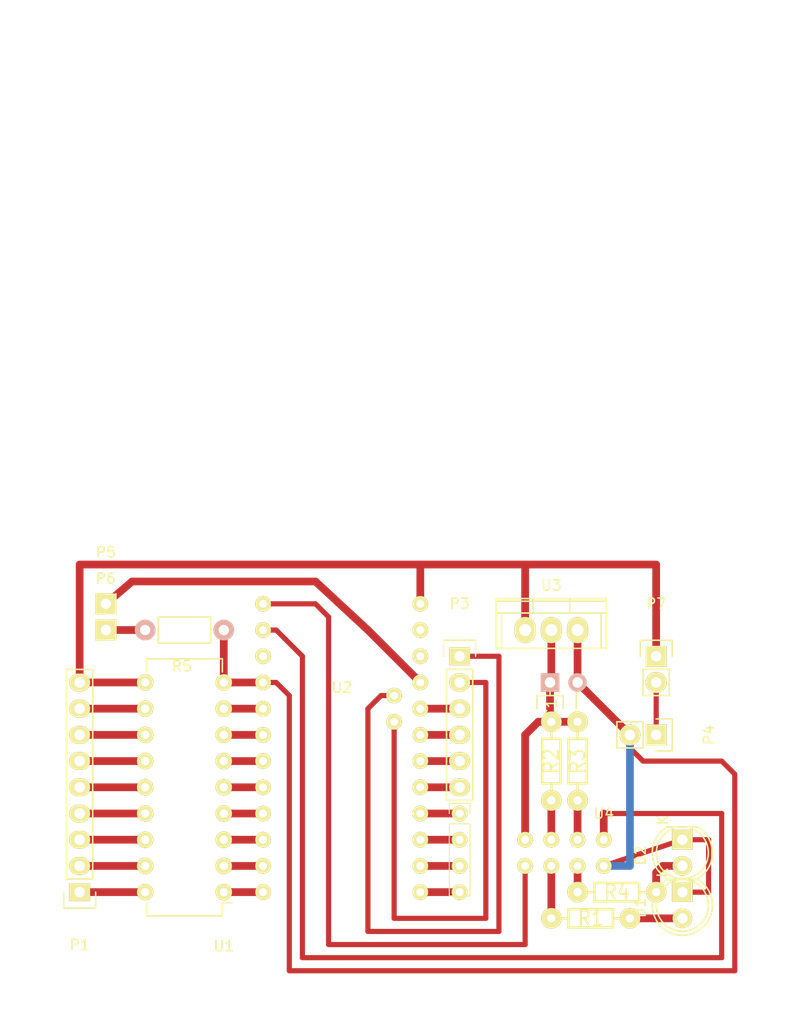
<source format=kicad_pcb>
(kicad_pcb (version 4) (host pcbnew 4.0.2+dfsg1-stable)

  (general
    (links 53)
    (no_connects 0)
    (area 0 0 0 0)
    (thickness 1.6)
    (drawings 10)
    (tracks 107)
    (zones 0)
    (modules 19)
    (nets 44)
  )

  (page A4)
  (layers
    (0 F.Cu signal)
    (31 B.Cu signal)
    (32 B.Adhes user)
    (33 F.Adhes user)
    (34 B.Paste user)
    (35 F.Paste user)
    (36 B.SilkS user)
    (37 F.SilkS user)
    (38 B.Mask user)
    (39 F.Mask user)
    (40 Dwgs.User user)
    (41 Cmts.User user)
    (42 Eco1.User user)
    (43 Eco2.User user)
    (44 Edge.Cuts user)
    (45 Margin user)
    (46 B.CrtYd user)
    (47 F.CrtYd user)
    (48 B.Fab user)
    (49 F.Fab user)
  )

  (setup
    (last_trace_width 0.75)
    (user_trace_width 0.5)
    (user_trace_width 2)
    (trace_clearance 0.2)
    (zone_clearance 0.508)
    (zone_45_only no)
    (trace_min 0.1)
    (segment_width 0.2)
    (edge_width 0.15)
    (via_size 0.6)
    (via_drill 0.4)
    (via_min_size 0.4)
    (via_min_drill 0.3)
    (uvia_size 0.3)
    (uvia_drill 0.1)
    (uvias_allowed no)
    (uvia_min_size 0.2)
    (uvia_min_drill 0.1)
    (pcb_text_width 0.3)
    (pcb_text_size 1.5 1.5)
    (mod_edge_width 0.15)
    (mod_text_size 1 1)
    (mod_text_width 0.15)
    (pad_size 1.524 1.524)
    (pad_drill 0.762)
    (pad_to_mask_clearance 0.2)
    (aux_axis_origin 0 0)
    (visible_elements FFFFFF7F)
    (pcbplotparams
      (layerselection 0x00400_00000001)
      (usegerberextensions false)
      (excludeedgelayer true)
      (linewidth 0.100000)
      (plotframeref false)
      (viasonmask false)
      (mode 1)
      (useauxorigin false)
      (hpglpennumber 1)
      (hpglpenspeed 20)
      (hpglpendiameter 15)
      (hpglpenoverlay 2)
      (psnegative false)
      (psa4output false)
      (plotreference true)
      (plotvalue true)
      (plotinvisibletext false)
      (padsonsilk false)
      (subtractmaskfromsilk false)
      (outputformat 1)
      (mirror false)
      (drillshape 0)
      (scaleselection 1)
      (outputdirectory ""))
  )

  (net 0 "")
  (net 1 "Net-(C1-Pad1)")
  (net 2 "Net-(C1-Pad2)")
  (net 3 "Net-(D1-Pad2)")
  (net 4 "Net-(D2-Pad2)")
  (net 5 "Net-(P1-Pad1)")
  (net 6 "Net-(P1-Pad2)")
  (net 7 "Net-(P1-Pad3)")
  (net 8 "Net-(P1-Pad4)")
  (net 9 "Net-(P1-Pad5)")
  (net 10 "Net-(P1-Pad6)")
  (net 11 "Net-(P1-Pad7)")
  (net 12 "Net-(P1-Pad8)")
  (net 13 "Net-(P1-Pad9)")
  (net 14 "Net-(P3-Pad1)")
  (net 15 "Net-(P3-Pad2)")
  (net 16 "Net-(P3-Pad3)")
  (net 17 "Net-(P3-Pad4)")
  (net 18 "Net-(P3-Pad5)")
  (net 19 "Net-(P3-Pad6)")
  (net 20 "Net-(R1-Pad1)")
  (net 21 "Net-(R2-Pad2)")
  (net 22 "Net-(R3-Pad2)")
  (net 23 "Net-(R4-Pad1)")
  (net 24 "Net-(U1-Pad1)")
  (net 25 "Net-(U1-Pad2)")
  (net 26 "Net-(U1-Pad3)")
  (net 27 "Net-(U1-Pad4)")
  (net 28 "Net-(U1-Pad5)")
  (net 29 "Net-(U1-Pad6)")
  (net 30 "Net-(U1-Pad7)")
  (net 31 "Net-(U1-Pad8)")
  (net 32 "Net-(U2-Pad33)")
  (net 33 "Net-(U2-Pad34)")
  (net 34 "Net-(U2-Pad35)")
  (net 35 "Net-(U2-Pad9)")
  (net 36 "Net-(P4-Pad1)")
  (net 37 "Net-(U2-Pad8)")
  (net 38 "Net-(P2-Pad1)")
  (net 39 "Net-(P2-Pad2)")
  (net 40 "Net-(P2-Pad3)")
  (net 41 "Net-(P2-Pad4)")
  (net 42 "Net-(P5-Pad1)")
  (net 43 "Net-(P6-Pad1)")

  (net_class Default "This is the default net class."
    (clearance 0.2)
    (trace_width 0.75)
    (via_dia 0.6)
    (via_drill 0.4)
    (uvia_dia 0.3)
    (uvia_drill 0.1)
    (add_net "Net-(C1-Pad1)")
    (add_net "Net-(C1-Pad2)")
    (add_net "Net-(D1-Pad2)")
    (add_net "Net-(D2-Pad2)")
    (add_net "Net-(P1-Pad1)")
    (add_net "Net-(P1-Pad2)")
    (add_net "Net-(P1-Pad3)")
    (add_net "Net-(P1-Pad4)")
    (add_net "Net-(P1-Pad5)")
    (add_net "Net-(P1-Pad6)")
    (add_net "Net-(P1-Pad7)")
    (add_net "Net-(P1-Pad8)")
    (add_net "Net-(P1-Pad9)")
    (add_net "Net-(P2-Pad1)")
    (add_net "Net-(P2-Pad2)")
    (add_net "Net-(P2-Pad3)")
    (add_net "Net-(P2-Pad4)")
    (add_net "Net-(P3-Pad1)")
    (add_net "Net-(P3-Pad2)")
    (add_net "Net-(P3-Pad3)")
    (add_net "Net-(P3-Pad4)")
    (add_net "Net-(P3-Pad5)")
    (add_net "Net-(P3-Pad6)")
    (add_net "Net-(P4-Pad1)")
    (add_net "Net-(P5-Pad1)")
    (add_net "Net-(P6-Pad1)")
    (add_net "Net-(R1-Pad1)")
    (add_net "Net-(R2-Pad2)")
    (add_net "Net-(R3-Pad2)")
    (add_net "Net-(R4-Pad1)")
    (add_net "Net-(U1-Pad1)")
    (add_net "Net-(U1-Pad2)")
    (add_net "Net-(U1-Pad3)")
    (add_net "Net-(U1-Pad4)")
    (add_net "Net-(U1-Pad5)")
    (add_net "Net-(U1-Pad6)")
    (add_net "Net-(U1-Pad7)")
    (add_net "Net-(U1-Pad8)")
    (add_net "Net-(U2-Pad33)")
    (add_net "Net-(U2-Pad34)")
    (add_net "Net-(U2-Pad35)")
    (add_net "Net-(U2-Pad8)")
    (add_net "Net-(U2-Pad9)")
  )

  (module Pin_Headers:Pin_Header_Straight_1x04 (layer F.Cu) (tedit 57121CE6) (tstamp 57121F50)
    (at 151.13 116.84)
    (descr "Through hole pin header")
    (tags "pin header")
    (path /57121D04)
    (fp_text reference P2 (at 0 -5) (layer F.SilkS)
      (effects (font (size 1 1) (thickness 0.15)))
    )
    (fp_text value CONN_01X04 (at 0 -3) (layer F.Fab)
      (effects (font (size 1 1) (thickness 0.15)))
    )
    (fp_line (start -1 -1) (end -1 9) (layer F.CrtYd) (width 0))
    (fp_line (start 1 -1) (end 1 9) (layer F.CrtYd) (width 0))
    (fp_line (start -1 -1) (end 1 -1) (layer F.CrtYd) (width 0))
    (fp_line (start -1 9) (end 1 9) (layer F.CrtYd) (width 0))
    (fp_line (start -1 1) (end -1 8) (layer F.SilkS) (width 0))
    (fp_line (start 1 1) (end 1 8) (layer F.SilkS) (width 0))
    (fp_line (start 1 -1) (end 1 0) (layer F.SilkS) (width 0))
    (fp_line (start -1 8) (end 1 8) (layer F.SilkS) (width 0))
    (fp_line (start 1 1) (end -1 1) (layer F.SilkS) (width 0))
    (fp_line (start -1 0) (end -1 -1) (layer F.SilkS) (width 0))
    (fp_line (start -1 -1) (end 1 -1) (layer F.SilkS) (width 0))
    (pad 1 thru_hole circle (at 0 0) (size 1.524 1.524) (drill 0.762) (layers *.Cu *.Mask F.SilkS)
      (net 38 "Net-(P2-Pad1)"))
    (pad 2 thru_hole circle (at 0 2.54) (size 1.524 1.524) (drill 0.762) (layers *.Cu *.Mask F.SilkS)
      (net 39 "Net-(P2-Pad2)"))
    (pad 3 thru_hole circle (at 0 5.08) (size 1.524 1.524) (drill 0.762) (layers *.Cu *.Mask F.SilkS)
      (net 40 "Net-(P2-Pad3)"))
    (pad 4 thru_hole circle (at 0 7.62) (size 1.524 1.524) (drill 0.762) (layers *.Cu *.Mask F.SilkS)
      (net 41 "Net-(P2-Pad4)"))
    (model Pin_Headers.3dshapes/Pin_Header_Straight_1x04.wrl
      (at (xyz 0 -0 0))
      (scale (xyz 1 1 1))
      (rotate (xyz 0 0 90))
    )
  )

  (module w_pth_resistors:RC03 (layer F.Cu) (tedit 5706B27D) (tstamp 56F1BF8D)
    (at 165.1 124.46)
    (descr "Resistor, RC03")
    (tags R)
    (path /56F1AEB7)
    (autoplace_cost180 10)
    (fp_text reference R4 (at 1.27 0) (layer F.SilkS)
      (effects (font (size 1.397 1.27) (thickness 0.2032)))
    )
    (fp_text value R (at 0 2.032) (layer F.SilkS) hide
      (effects (font (size 1.397 1.27) (thickness 0.2032)))
    )
    (fp_line (start 3.429 0) (end 5.08 0) (layer F.SilkS) (width 0.254))
    (fp_line (start -0.889 0) (end -2.54 0) (layer F.SilkS) (width 0.254))
    (fp_line (start -0.889 -0.889) (end -0.889 0.889) (layer F.SilkS) (width 0.254))
    (fp_line (start -0.889 0.889) (end 3.429 0.889) (layer F.SilkS) (width 0.254))
    (fp_line (start 3.429 0.889) (end 3.429 -0.889) (layer F.SilkS) (width 0.254))
    (fp_line (start 3.429 -0.889) (end -0.889 -0.889) (layer F.SilkS) (width 0.254))
    (pad 1 thru_hole circle (at -2.54 0) (size 1.99898 1.99898) (drill 0.8001) (layers *.Cu *.Mask F.SilkS)
      (net 23 "Net-(R4-Pad1)"))
    (pad 2 thru_hole circle (at 5.08 0) (size 1.99898 1.99898) (drill 0.8001) (layers *.Cu *.Mask F.SilkS)
      (net 4 "Net-(D2-Pad2)"))
    (model walter/pth_resistors/rc03.wrl
      (at (xyz 0 0 0))
      (scale (xyz 1 1 1))
      (rotate (xyz 0 0 0))
    )
  )

  (module w_pth_resistors:RC03 (layer F.Cu) (tedit 0) (tstamp 56F1BF7B)
    (at 165.1 127)
    (descr "Resistor, RC03")
    (tags R)
    (path /56F1AF1D)
    (autoplace_cost180 10)
    (fp_text reference R1 (at -1.27 0) (layer F.SilkS)
      (effects (font (size 1.397 1.27) (thickness 0.2032)))
    )
    (fp_text value R (at -2.54 2.032) (layer F.SilkS) hide
      (effects (font (size 1.397 1.27) (thickness 0.2032)))
    )
    (fp_line (start 0.889 0) (end 2.54 0) (layer F.SilkS) (width 0.254))
    (fp_line (start -3.429 0) (end -5.08 0) (layer F.SilkS) (width 0.254))
    (fp_line (start -3.429 -0.889) (end -3.429 0.889) (layer F.SilkS) (width 0.254))
    (fp_line (start -3.429 0.889) (end 0.889 0.889) (layer F.SilkS) (width 0.254))
    (fp_line (start 0.889 0.889) (end 0.889 -0.889) (layer F.SilkS) (width 0.254))
    (fp_line (start 0.889 -0.889) (end -3.429 -0.889) (layer F.SilkS) (width 0.254))
    (pad 1 thru_hole circle (at -5.08 0) (size 1.99898 1.99898) (drill 0.8001) (layers *.Cu *.Mask F.SilkS)
      (net 20 "Net-(R1-Pad1)"))
    (pad 2 thru_hole circle (at 2.54 0) (size 1.99898 1.99898) (drill 0.8001) (layers *.Cu *.Mask F.SilkS)
      (net 3 "Net-(D1-Pad2)"))
    (model walter/pth_resistors/rc03.wrl
      (at (xyz 0 0 0))
      (scale (xyz 1 1 1))
      (rotate (xyz 0 0 0))
    )
  )

  (module bugs:arduino_mini_pro (layer F.Cu) (tedit 5702359B) (tstamp 56F1BFC4)
    (at 139.7 104.14)
    (path /56F1A6A1)
    (fp_text reference U2 (at 0 0.5) (layer F.SilkS)
      (effects (font (size 1 1) (thickness 0.15)))
    )
    (fp_text value Arduino_Mini (at 0 -0.5) (layer F.Fab)
      (effects (font (size 1 1) (thickness 0.15)))
    )
    (pad 7 thru_hole circle (at 7.62 -7.62) (size 1.524 1.524) (drill 0.762) (layers *.Cu *.Mask F.SilkS)
      (net 13 "Net-(P1-Pad9)"))
    (pad 8 thru_hole circle (at 7.62 -5.08) (size 1.524 1.524) (drill 0.762) (layers *.Cu *.Mask F.SilkS)
      (net 37 "Net-(U2-Pad8)"))
    (pad 9 thru_hole circle (at 7.62 -2.54) (size 1.524 1.524) (drill 0.762) (layers *.Cu *.Mask F.SilkS)
      (net 35 "Net-(U2-Pad9)"))
    (pad 10 thru_hole circle (at 7.62 0) (size 1.524 1.524) (drill 0.762) (layers *.Cu *.Mask F.SilkS)
      (net 42 "Net-(P5-Pad1)"))
    (pad 11 thru_hole circle (at 7.62 2.54) (size 1.524 1.524) (drill 0.762) (layers *.Cu *.Mask F.SilkS)
      (net 16 "Net-(P3-Pad3)"))
    (pad 12 thru_hole circle (at 7.62 5.08) (size 1.524 1.524) (drill 0.762) (layers *.Cu *.Mask F.SilkS)
      (net 17 "Net-(P3-Pad4)"))
    (pad 13 thru_hole circle (at 7.62 7.62) (size 1.524 1.524) (drill 0.762) (layers *.Cu *.Mask F.SilkS)
      (net 18 "Net-(P3-Pad5)"))
    (pad 14 thru_hole circle (at 7.62 10.16) (size 1.524 1.524) (drill 0.762) (layers *.Cu *.Mask F.SilkS)
      (net 19 "Net-(P3-Pad6)"))
    (pad 15 thru_hole circle (at 7.62 12.7) (size 1.524 1.524) (drill 0.762) (layers *.Cu *.Mask F.SilkS)
      (net 38 "Net-(P2-Pad1)"))
    (pad 16 thru_hole circle (at 7.62 15.24) (size 1.524 1.524) (drill 0.762) (layers *.Cu *.Mask F.SilkS)
      (net 39 "Net-(P2-Pad2)"))
    (pad 17 thru_hole circle (at 7.62 17.78) (size 1.524 1.524) (drill 0.762) (layers *.Cu *.Mask F.SilkS)
      (net 40 "Net-(P2-Pad3)"))
    (pad 18 thru_hole circle (at 7.62 20.32) (size 1.524 1.524) (drill 0.762) (layers *.Cu *.Mask F.SilkS)
      (net 41 "Net-(P2-Pad4)"))
    (pad 22 thru_hole circle (at 5.08 1.27) (size 1.524 1.524) (drill 0.762) (layers *.Cu *.Mask F.SilkS)
      (net 14 "Net-(P3-Pad1)"))
    (pad 23 thru_hole circle (at 5.08 3.81) (size 1.524 1.524) (drill 0.762) (layers *.Cu *.Mask F.SilkS)
      (net 15 "Net-(P3-Pad2)"))
    (pad 24 thru_hole circle (at -7.62 20.32) (size 1.524 1.524) (drill 0.762) (layers *.Cu *.Mask F.SilkS)
      (net 24 "Net-(U1-Pad1)"))
    (pad 25 thru_hole circle (at -7.62 17.78) (size 1.524 1.524) (drill 0.762) (layers *.Cu *.Mask F.SilkS)
      (net 25 "Net-(U1-Pad2)"))
    (pad 26 thru_hole circle (at -7.62 15.24) (size 1.524 1.524) (drill 0.762) (layers *.Cu *.Mask F.SilkS)
      (net 26 "Net-(U1-Pad3)"))
    (pad 27 thru_hole circle (at -7.62 12.7) (size 1.524 1.524) (drill 0.762) (layers *.Cu *.Mask F.SilkS)
      (net 27 "Net-(U1-Pad4)"))
    (pad 28 thru_hole circle (at -7.62 10.16) (size 1.524 1.524) (drill 0.762) (layers *.Cu *.Mask F.SilkS)
      (net 28 "Net-(U1-Pad5)"))
    (pad 29 thru_hole circle (at -7.62 7.62) (size 1.524 1.524) (drill 0.762) (layers *.Cu *.Mask F.SilkS)
      (net 29 "Net-(U1-Pad6)"))
    (pad 30 thru_hole circle (at -7.62 5.08) (size 1.524 1.524) (drill 0.762) (layers *.Cu *.Mask F.SilkS)
      (net 30 "Net-(U1-Pad7)"))
    (pad 31 thru_hole circle (at -7.62 2.54) (size 1.524 1.524) (drill 0.762) (layers *.Cu *.Mask F.SilkS)
      (net 31 "Net-(U1-Pad8)"))
    (pad 32 thru_hole circle (at -7.62 0) (size 1.524 1.524) (drill 0.762) (layers *.Cu *.Mask F.SilkS)
      (net 2 "Net-(C1-Pad2)"))
    (pad 33 thru_hole circle (at -7.62 -2.54) (size 1.524 1.524) (drill 0.762) (layers *.Cu *.Mask F.SilkS)
      (net 32 "Net-(U2-Pad33)"))
    (pad 34 thru_hole circle (at -7.62 -5.08) (size 1.524 1.524) (drill 0.762) (layers *.Cu *.Mask F.SilkS)
      (net 33 "Net-(U2-Pad34)"))
    (pad 35 thru_hole circle (at -7.62 -7.62) (size 1.524 1.524) (drill 0.762) (layers *.Cu *.Mask F.SilkS)
      (net 34 "Net-(U2-Pad35)"))
  )

  (module Housings_DIP:DIP-18_W7.62mm (layer F.Cu) (tedit 54130A77) (tstamp 56F1BFA3)
    (at 128.27 124.46 180)
    (descr "18-lead dip package, row spacing 7.62 mm (300 mils)")
    (tags "dil dip 2.54 300")
    (path /56F1AA0E)
    (fp_text reference U1 (at 0 -5.22 180) (layer F.SilkS)
      (effects (font (size 1 1) (thickness 0.15)))
    )
    (fp_text value uln2803A (at 0 -3.72 180) (layer F.Fab)
      (effects (font (size 1 1) (thickness 0.15)))
    )
    (fp_line (start -1.05 -2.45) (end -1.05 22.8) (layer F.CrtYd) (width 0.05))
    (fp_line (start 8.65 -2.45) (end 8.65 22.8) (layer F.CrtYd) (width 0.05))
    (fp_line (start -1.05 -2.45) (end 8.65 -2.45) (layer F.CrtYd) (width 0.05))
    (fp_line (start -1.05 22.8) (end 8.65 22.8) (layer F.CrtYd) (width 0.05))
    (fp_line (start 0.135 -2.295) (end 0.135 -1.025) (layer F.SilkS) (width 0.15))
    (fp_line (start 7.485 -2.295) (end 7.485 -1.025) (layer F.SilkS) (width 0.15))
    (fp_line (start 7.485 22.615) (end 7.485 21.345) (layer F.SilkS) (width 0.15))
    (fp_line (start 0.135 22.615) (end 0.135 21.345) (layer F.SilkS) (width 0.15))
    (fp_line (start 0.135 -2.295) (end 7.485 -2.295) (layer F.SilkS) (width 0.15))
    (fp_line (start 0.135 22.615) (end 7.485 22.615) (layer F.SilkS) (width 0.15))
    (fp_line (start 0.135 -1.025) (end -0.8 -1.025) (layer F.SilkS) (width 0.15))
    (pad 1 thru_hole oval (at 0 0 180) (size 1.6 1.6) (drill 0.8) (layers *.Cu *.Mask F.SilkS)
      (net 24 "Net-(U1-Pad1)"))
    (pad 2 thru_hole oval (at 0 2.54 180) (size 1.6 1.6) (drill 0.8) (layers *.Cu *.Mask F.SilkS)
      (net 25 "Net-(U1-Pad2)"))
    (pad 3 thru_hole oval (at 0 5.08 180) (size 1.6 1.6) (drill 0.8) (layers *.Cu *.Mask F.SilkS)
      (net 26 "Net-(U1-Pad3)"))
    (pad 4 thru_hole oval (at 0 7.62 180) (size 1.6 1.6) (drill 0.8) (layers *.Cu *.Mask F.SilkS)
      (net 27 "Net-(U1-Pad4)"))
    (pad 5 thru_hole oval (at 0 10.16 180) (size 1.6 1.6) (drill 0.8) (layers *.Cu *.Mask F.SilkS)
      (net 28 "Net-(U1-Pad5)"))
    (pad 6 thru_hole oval (at 0 12.7 180) (size 1.6 1.6) (drill 0.8) (layers *.Cu *.Mask F.SilkS)
      (net 29 "Net-(U1-Pad6)"))
    (pad 7 thru_hole oval (at 0 15.24 180) (size 1.6 1.6) (drill 0.8) (layers *.Cu *.Mask F.SilkS)
      (net 30 "Net-(U1-Pad7)"))
    (pad 8 thru_hole oval (at 0 17.78 180) (size 1.6 1.6) (drill 0.8) (layers *.Cu *.Mask F.SilkS)
      (net 31 "Net-(U1-Pad8)"))
    (pad 9 thru_hole oval (at 0 20.32 180) (size 1.6 1.6) (drill 0.8) (layers *.Cu *.Mask F.SilkS)
      (net 2 "Net-(C1-Pad2)"))
    (pad 10 thru_hole oval (at 7.62 20.32 180) (size 1.6 1.6) (drill 0.8) (layers *.Cu *.Mask F.SilkS)
      (net 13 "Net-(P1-Pad9)"))
    (pad 11 thru_hole oval (at 7.62 17.78 180) (size 1.6 1.6) (drill 0.8) (layers *.Cu *.Mask F.SilkS)
      (net 12 "Net-(P1-Pad8)"))
    (pad 12 thru_hole oval (at 7.62 15.24 180) (size 1.6 1.6) (drill 0.8) (layers *.Cu *.Mask F.SilkS)
      (net 11 "Net-(P1-Pad7)"))
    (pad 13 thru_hole oval (at 7.62 12.7 180) (size 1.6 1.6) (drill 0.8) (layers *.Cu *.Mask F.SilkS)
      (net 10 "Net-(P1-Pad6)"))
    (pad 14 thru_hole oval (at 7.62 10.16 180) (size 1.6 1.6) (drill 0.8) (layers *.Cu *.Mask F.SilkS)
      (net 9 "Net-(P1-Pad5)"))
    (pad 15 thru_hole oval (at 7.62 7.62 180) (size 1.6 1.6) (drill 0.8) (layers *.Cu *.Mask F.SilkS)
      (net 8 "Net-(P1-Pad4)"))
    (pad 16 thru_hole oval (at 7.62 5.08 180) (size 1.6 1.6) (drill 0.8) (layers *.Cu *.Mask F.SilkS)
      (net 7 "Net-(P1-Pad3)"))
    (pad 17 thru_hole oval (at 7.62 2.54 180) (size 1.6 1.6) (drill 0.8) (layers *.Cu *.Mask F.SilkS)
      (net 6 "Net-(P1-Pad2)"))
    (pad 18 thru_hole oval (at 7.62 0 180) (size 1.6 1.6) (drill 0.8) (layers *.Cu *.Mask F.SilkS)
      (net 5 "Net-(P1-Pad1)"))
    (model Housings_DIP.3dshapes/DIP-18_W7.62mm.wrl
      (at (xyz 0 0 0))
      (scale (xyz 1 1 1))
      (rotate (xyz 0 0 0))
    )
  )

  (module Power_Integrations:TO-220 (layer F.Cu) (tedit 56F1C0C9) (tstamp 56F1BFCB)
    (at 160.02 99.06)
    (descr "Non Isolated JEDEC TO-220 Package")
    (tags "Power Integration YN Package")
    (path /56F1AC9B)
    (fp_text reference U3 (at 0 -4.318) (layer F.SilkS)
      (effects (font (size 1 1) (thickness 0.15)))
    )
    (fp_text value SPX2920U-3.3 (at 0 -4.318) (layer F.Fab)
      (effects (font (size 1 1) (thickness 0.15)))
    )
    (fp_line (start 4.826 -1.651) (end 4.826 1.778) (layer F.SilkS) (width 0.15))
    (fp_line (start -4.826 -1.651) (end -4.826 1.778) (layer F.SilkS) (width 0.15))
    (fp_line (start 5.334 -2.794) (end -5.334 -2.794) (layer F.SilkS) (width 0.15))
    (fp_line (start 1.778 -1.778) (end 1.778 -3.048) (layer F.SilkS) (width 0.15))
    (fp_line (start -1.778 -1.778) (end -1.778 -3.048) (layer F.SilkS) (width 0.15))
    (fp_line (start -5.334 -1.651) (end 5.334 -1.651) (layer F.SilkS) (width 0.15))
    (fp_line (start 5.334 1.778) (end -5.334 1.778) (layer F.SilkS) (width 0.15))
    (fp_line (start -5.334 -3.048) (end -5.334 1.778) (layer F.SilkS) (width 0.15))
    (fp_line (start 5.334 -3.048) (end 5.334 1.778) (layer F.SilkS) (width 0.15))
    (fp_line (start 5.334 -3.048) (end -5.334 -3.048) (layer F.SilkS) (width 0.15))
    (pad 2 thru_hole oval (at 2.54 0) (size 2.032 2.54) (drill 1.143) (layers *.Cu *.Mask F.SilkS)
      (net 2 "Net-(C1-Pad2)"))
    (pad 3 thru_hole oval (at 0 0) (size 2.032 2.54) (drill 1.143) (layers *.Cu *.Mask F.SilkS)
      (net 1 "Net-(C1-Pad1)"))
    (pad 1 thru_hole oval (at -2.54 0) (size 2.032 2.54) (drill 1.143) (layers *.Cu *.Mask F.SilkS)
      (net 13 "Net-(P1-Pad9)"))
  )

  (module Discret:CPR10X16 (layer F.Cu) (tedit 56F1BDA9) (tstamp 56F1BF46)
    (at 162.56 104.14 90)
    (descr "Condensateur polarise couche")
    (tags CP)
    (path /56F1E79A)
    (fp_text reference C1 (at -2.54 -2.54 90) (layer F.SilkS)
      (effects (font (size 1 1) (thickness 0.15)))
    )
    (fp_text value CP (at -2.54 0 90) (layer F.Fab)
      (effects (font (size 1 1) (thickness 0.15)))
    )
    (fp_line (start -2.54 -3.937) (end -1.27 -3.937) (layer F.SilkS) (width 0.15))
    (fp_line (start -1.27 -3.937) (end -1.27 -1.397) (layer F.SilkS) (width 0.15))
    (fp_line (start -1.27 -1.397) (end -2.54 -1.397) (layer F.SilkS) (width 0.15))
    (fp_line (start -1.27 -2.667) (end 0 -2.667) (layer F.SilkS) (width 0.15))
    (fp_line (start -2.54 -0.127) (end 0 -0.127) (layer F.SilkS) (width 0.15))
    (pad 1 thru_hole rect (at 0 -2.667 90) (size 1.778 1.778) (drill 1.016) (layers *.Cu *.SilkS *.Mask)
      (net 1 "Net-(C1-Pad1)"))
    (pad 2 thru_hole circle (at 0 0 90) (size 1.778 1.778) (drill 1.016) (layers *.Cu *.SilkS *.Mask)
      (net 2 "Net-(C1-Pad2)"))
    (model Discret.3dshapes/CPR10X16.wrl
      (at (xyz 0 0 0))
      (scale (xyz 1 1 1))
      (rotate (xyz 0 0 0))
    )
  )

  (module LEDs:LED-5MM (layer F.Cu) (tedit 5570F7EA) (tstamp 56F1BF4C)
    (at 172.72 124.46 270)
    (descr "LED 5mm round vertical")
    (tags "LED 5mm round vertical")
    (path /56F1AFA5)
    (fp_text reference D1 (at 1.524 4.064 270) (layer F.SilkS)
      (effects (font (size 1 1) (thickness 0.15)))
    )
    (fp_text value LED (at 1.524 -3.937 270) (layer F.Fab)
      (effects (font (size 1 1) (thickness 0.15)))
    )
    (fp_line (start -1.5 -1.55) (end -1.5 1.55) (layer F.CrtYd) (width 0.05))
    (fp_arc (start 1.3 0) (end -1.5 1.55) (angle -302) (layer F.CrtYd) (width 0.05))
    (fp_arc (start 1.27 0) (end -1.23 -1.5) (angle 297.5) (layer F.SilkS) (width 0.15))
    (fp_line (start -1.23 1.5) (end -1.23 -1.5) (layer F.SilkS) (width 0.15))
    (fp_circle (center 1.27 0) (end 0.97 -2.5) (layer F.SilkS) (width 0.15))
    (fp_text user K (at -1.905 1.905 270) (layer F.SilkS)
      (effects (font (size 1 1) (thickness 0.15)))
    )
    (pad 1 thru_hole rect (at 0 0) (size 2 1.9) (drill 1.00076) (layers *.Cu *.Mask F.SilkS)
      (net 2 "Net-(C1-Pad2)"))
    (pad 2 thru_hole circle (at 2.54 0 270) (size 1.9 1.9) (drill 1.00076) (layers *.Cu *.Mask F.SilkS)
      (net 3 "Net-(D1-Pad2)"))
    (model LEDs.3dshapes/LED-5MM.wrl
      (at (xyz 0.05 0 0))
      (scale (xyz 1 1 1))
      (rotate (xyz 0 0 90))
    )
  )

  (module LEDs:LED-5MM (layer F.Cu) (tedit 5570F7EA) (tstamp 56F1BF52)
    (at 172.72 119.38 270)
    (descr "LED 5mm round vertical")
    (tags "LED 5mm round vertical")
    (path /56F1B03A)
    (fp_text reference D2 (at 1.524 4.064 270) (layer F.SilkS)
      (effects (font (size 1 1) (thickness 0.15)))
    )
    (fp_text value LED (at 1.524 -3.937 270) (layer F.Fab)
      (effects (font (size 1 1) (thickness 0.15)))
    )
    (fp_line (start -1.5 -1.55) (end -1.5 1.55) (layer F.CrtYd) (width 0.05))
    (fp_arc (start 1.3 0) (end -1.5 1.55) (angle -302) (layer F.CrtYd) (width 0.05))
    (fp_arc (start 1.27 0) (end -1.23 -1.5) (angle 297.5) (layer F.SilkS) (width 0.15))
    (fp_line (start -1.23 1.5) (end -1.23 -1.5) (layer F.SilkS) (width 0.15))
    (fp_circle (center 1.27 0) (end 0.97 -2.5) (layer F.SilkS) (width 0.15))
    (fp_text user K (at -1.905 1.905 270) (layer F.SilkS)
      (effects (font (size 1 1) (thickness 0.15)))
    )
    (pad 1 thru_hole rect (at 0 0) (size 2 1.9) (drill 1.00076) (layers *.Cu *.Mask F.SilkS)
      (net 2 "Net-(C1-Pad2)"))
    (pad 2 thru_hole circle (at 2.54 0 270) (size 1.9 1.9) (drill 1.00076) (layers *.Cu *.Mask F.SilkS)
      (net 4 "Net-(D2-Pad2)"))
    (model LEDs.3dshapes/LED-5MM.wrl
      (at (xyz 0.05 0 0))
      (scale (xyz 1 1 1))
      (rotate (xyz 0 0 90))
    )
  )

  (module Pin_Headers:Pin_Header_Straight_1x09 (layer F.Cu) (tedit 0) (tstamp 56F1BF5F)
    (at 114.3 124.46 180)
    (descr "Through hole pin header")
    (tags "pin header")
    (path /56F1A493)
    (fp_text reference P1 (at 0 -5.1 180) (layer F.SilkS)
      (effects (font (size 1 1) (thickness 0.15)))
    )
    (fp_text value CONN_01X09 (at 0 -3.1 180) (layer F.Fab)
      (effects (font (size 1 1) (thickness 0.15)))
    )
    (fp_line (start -1.75 -1.75) (end -1.75 22.1) (layer F.CrtYd) (width 0.05))
    (fp_line (start 1.75 -1.75) (end 1.75 22.1) (layer F.CrtYd) (width 0.05))
    (fp_line (start -1.75 -1.75) (end 1.75 -1.75) (layer F.CrtYd) (width 0.05))
    (fp_line (start -1.75 22.1) (end 1.75 22.1) (layer F.CrtYd) (width 0.05))
    (fp_line (start 1.27 1.27) (end 1.27 21.59) (layer F.SilkS) (width 0.15))
    (fp_line (start 1.27 21.59) (end -1.27 21.59) (layer F.SilkS) (width 0.15))
    (fp_line (start -1.27 21.59) (end -1.27 1.27) (layer F.SilkS) (width 0.15))
    (fp_line (start 1.55 -1.55) (end 1.55 0) (layer F.SilkS) (width 0.15))
    (fp_line (start 1.27 1.27) (end -1.27 1.27) (layer F.SilkS) (width 0.15))
    (fp_line (start -1.55 0) (end -1.55 -1.55) (layer F.SilkS) (width 0.15))
    (fp_line (start -1.55 -1.55) (end 1.55 -1.55) (layer F.SilkS) (width 0.15))
    (pad 1 thru_hole rect (at 0 0 180) (size 2.032 1.7272) (drill 1.016) (layers *.Cu *.Mask F.SilkS)
      (net 5 "Net-(P1-Pad1)"))
    (pad 2 thru_hole oval (at 0 2.54 180) (size 2.032 1.7272) (drill 1.016) (layers *.Cu *.Mask F.SilkS)
      (net 6 "Net-(P1-Pad2)"))
    (pad 3 thru_hole oval (at 0 5.08 180) (size 2.032 1.7272) (drill 1.016) (layers *.Cu *.Mask F.SilkS)
      (net 7 "Net-(P1-Pad3)"))
    (pad 4 thru_hole oval (at 0 7.62 180) (size 2.032 1.7272) (drill 1.016) (layers *.Cu *.Mask F.SilkS)
      (net 8 "Net-(P1-Pad4)"))
    (pad 5 thru_hole oval (at 0 10.16 180) (size 2.032 1.7272) (drill 1.016) (layers *.Cu *.Mask F.SilkS)
      (net 9 "Net-(P1-Pad5)"))
    (pad 6 thru_hole oval (at 0 12.7 180) (size 2.032 1.7272) (drill 1.016) (layers *.Cu *.Mask F.SilkS)
      (net 10 "Net-(P1-Pad6)"))
    (pad 7 thru_hole oval (at 0 15.24 180) (size 2.032 1.7272) (drill 1.016) (layers *.Cu *.Mask F.SilkS)
      (net 11 "Net-(P1-Pad7)"))
    (pad 8 thru_hole oval (at 0 17.78 180) (size 2.032 1.7272) (drill 1.016) (layers *.Cu *.Mask F.SilkS)
      (net 12 "Net-(P1-Pad8)"))
    (pad 9 thru_hole oval (at 0 20.32 180) (size 2.032 1.7272) (drill 1.016) (layers *.Cu *.Mask F.SilkS)
      (net 13 "Net-(P1-Pad9)"))
    (model Pin_Headers.3dshapes/Pin_Header_Straight_1x09.wrl
      (at (xyz 0 -0.4 0))
      (scale (xyz 1 1 1))
      (rotate (xyz 0 0 90))
    )
  )

  (module Pin_Headers:Pin_Header_Straight_1x06 (layer F.Cu) (tedit 0) (tstamp 56F1BF6F)
    (at 151.13 101.6)
    (descr "Through hole pin header")
    (tags "pin header")
    (path /56F1BCB1)
    (fp_text reference P3 (at 0 -5.1) (layer F.SilkS)
      (effects (font (size 1 1) (thickness 0.15)))
    )
    (fp_text value CONN_01X06 (at 0 -3.1) (layer F.Fab)
      (effects (font (size 1 1) (thickness 0.15)))
    )
    (fp_line (start -1.75 -1.75) (end -1.75 14.45) (layer F.CrtYd) (width 0.05))
    (fp_line (start 1.75 -1.75) (end 1.75 14.45) (layer F.CrtYd) (width 0.05))
    (fp_line (start -1.75 -1.75) (end 1.75 -1.75) (layer F.CrtYd) (width 0.05))
    (fp_line (start -1.75 14.45) (end 1.75 14.45) (layer F.CrtYd) (width 0.05))
    (fp_line (start 1.27 1.27) (end 1.27 13.97) (layer F.SilkS) (width 0.15))
    (fp_line (start 1.27 13.97) (end -1.27 13.97) (layer F.SilkS) (width 0.15))
    (fp_line (start -1.27 13.97) (end -1.27 1.27) (layer F.SilkS) (width 0.15))
    (fp_line (start 1.55 -1.55) (end 1.55 0) (layer F.SilkS) (width 0.15))
    (fp_line (start 1.27 1.27) (end -1.27 1.27) (layer F.SilkS) (width 0.15))
    (fp_line (start -1.55 0) (end -1.55 -1.55) (layer F.SilkS) (width 0.15))
    (fp_line (start -1.55 -1.55) (end 1.55 -1.55) (layer F.SilkS) (width 0.15))
    (pad 1 thru_hole rect (at 0 0) (size 2.032 1.7272) (drill 1.016) (layers *.Cu *.Mask F.SilkS)
      (net 14 "Net-(P3-Pad1)"))
    (pad 2 thru_hole oval (at 0 2.54) (size 2.032 1.7272) (drill 1.016) (layers *.Cu *.Mask F.SilkS)
      (net 15 "Net-(P3-Pad2)"))
    (pad 3 thru_hole oval (at 0 5.08) (size 2.032 1.7272) (drill 1.016) (layers *.Cu *.Mask F.SilkS)
      (net 16 "Net-(P3-Pad3)"))
    (pad 4 thru_hole oval (at 0 7.62) (size 2.032 1.7272) (drill 1.016) (layers *.Cu *.Mask F.SilkS)
      (net 17 "Net-(P3-Pad4)"))
    (pad 5 thru_hole oval (at 0 10.16) (size 2.032 1.7272) (drill 1.016) (layers *.Cu *.Mask F.SilkS)
      (net 18 "Net-(P3-Pad5)"))
    (pad 6 thru_hole oval (at 0 12.7) (size 2.032 1.7272) (drill 1.016) (layers *.Cu *.Mask F.SilkS)
      (net 19 "Net-(P3-Pad6)"))
    (model Pin_Headers.3dshapes/Pin_Header_Straight_1x06.wrl
      (at (xyz 0 -0.25 0))
      (scale (xyz 1 1 1))
      (rotate (xyz 0 0 90))
    )
  )

  (module Pin_Headers:Pin_Header_Straight_1x02 (layer F.Cu) (tedit 54EA090C) (tstamp 56F1BF75)
    (at 170.18 109.22 270)
    (descr "Through hole pin header")
    (tags "pin header")
    (path /56F1CB48)
    (fp_text reference P4 (at 0 -5.1 270) (layer F.SilkS)
      (effects (font (size 1 1) (thickness 0.15)))
    )
    (fp_text value CONN_01X02 (at 0 -3.1 270) (layer F.Fab)
      (effects (font (size 1 1) (thickness 0.15)))
    )
    (fp_line (start 1.27 1.27) (end 1.27 3.81) (layer F.SilkS) (width 0.15))
    (fp_line (start 1.55 -1.55) (end 1.55 0) (layer F.SilkS) (width 0.15))
    (fp_line (start -1.75 -1.75) (end -1.75 4.3) (layer F.CrtYd) (width 0.05))
    (fp_line (start 1.75 -1.75) (end 1.75 4.3) (layer F.CrtYd) (width 0.05))
    (fp_line (start -1.75 -1.75) (end 1.75 -1.75) (layer F.CrtYd) (width 0.05))
    (fp_line (start -1.75 4.3) (end 1.75 4.3) (layer F.CrtYd) (width 0.05))
    (fp_line (start 1.27 1.27) (end -1.27 1.27) (layer F.SilkS) (width 0.15))
    (fp_line (start -1.55 0) (end -1.55 -1.55) (layer F.SilkS) (width 0.15))
    (fp_line (start -1.55 -1.55) (end 1.55 -1.55) (layer F.SilkS) (width 0.15))
    (fp_line (start -1.27 1.27) (end -1.27 3.81) (layer F.SilkS) (width 0.15))
    (fp_line (start -1.27 3.81) (end 1.27 3.81) (layer F.SilkS) (width 0.15))
    (pad 1 thru_hole rect (at 0 0 270) (size 2.032 2.032) (drill 1.016) (layers *.Cu *.Mask F.SilkS)
      (net 36 "Net-(P4-Pad1)"))
    (pad 2 thru_hole oval (at 0 2.54 270) (size 2.032 2.032) (drill 1.016) (layers *.Cu *.Mask F.SilkS)
      (net 2 "Net-(C1-Pad2)"))
    (model Pin_Headers.3dshapes/Pin_Header_Straight_1x02.wrl
      (at (xyz 0 -0.05 0))
      (scale (xyz 1 1 1))
      (rotate (xyz 0 0 90))
    )
  )

  (module bugs:ESP8266 (layer F.Cu) (tedit 56F1B511) (tstamp 56F1BFD7)
    (at 162.56 121.92)
    (path /56F1BA48)
    (fp_text reference U4 (at 2.54 -5.08) (layer F.SilkS)
      (effects (font (size 1 1) (thickness 0.15)))
    )
    (fp_text value ESP8266 (at -5.08 -5.08) (layer F.Fab)
      (effects (font (size 1 1) (thickness 0.15)))
    )
    (pad 1 thru_hole circle (at -5.08 -2.54) (size 1.524 1.524) (drill 0.762) (layers *.Cu *.Mask F.SilkS)
      (net 1 "Net-(C1-Pad1)"))
    (pad 2 thru_hole circle (at -2.54 -2.54) (size 1.524 1.524) (drill 0.762) (layers *.Cu *.Mask F.SilkS)
      (net 21 "Net-(R2-Pad2)"))
    (pad 3 thru_hole circle (at 0 -2.54) (size 1.524 1.524) (drill 0.762) (layers *.Cu *.Mask F.SilkS)
      (net 22 "Net-(R3-Pad2)"))
    (pad 4 thru_hole circle (at 2.54 -2.54) (size 1.524 1.524) (drill 0.762) (layers *.Cu *.Mask F.SilkS)
      (net 33 "Net-(U2-Pad34)"))
    (pad 5 thru_hole circle (at 2.54 0) (size 1.524 1.524) (drill 0.762) (layers *.Cu *.Mask F.SilkS)
      (net 2 "Net-(C1-Pad2)"))
    (pad 6 thru_hole circle (at 0 0) (size 1.524 1.524) (drill 0.762) (layers *.Cu *.Mask F.SilkS)
      (net 23 "Net-(R4-Pad1)"))
    (pad 7 thru_hole circle (at -2.54 0) (size 1.524 1.524) (drill 0.762) (layers *.Cu *.Mask F.SilkS)
      (net 20 "Net-(R1-Pad1)"))
    (pad 8 thru_hole circle (at -5.08 0) (size 1.524 1.524) (drill 0.762) (layers *.Cu *.Mask F.SilkS)
      (net 34 "Net-(U2-Pad35)"))
  )

  (module w_pth_resistors:RC03 (layer F.Cu) (tedit 0) (tstamp 56F1BF87)
    (at 162.56 111.76 270)
    (descr "Resistor, RC03")
    (tags R)
    (path /56F1AE8B)
    (autoplace_cost180 10)
    (fp_text reference R3 (at 0 0 270) (layer F.SilkS)
      (effects (font (size 1.397 1.27) (thickness 0.2032)))
    )
    (fp_text value 10k (at 0 2.032 270) (layer F.SilkS) hide
      (effects (font (size 1.397 1.27) (thickness 0.2032)))
    )
    (fp_line (start 2.159 0) (end 3.81 0) (layer F.SilkS) (width 0.254))
    (fp_line (start -2.159 0) (end -3.81 0) (layer F.SilkS) (width 0.254))
    (fp_line (start -2.159 -0.889) (end -2.159 0.889) (layer F.SilkS) (width 0.254))
    (fp_line (start -2.159 0.889) (end 2.159 0.889) (layer F.SilkS) (width 0.254))
    (fp_line (start 2.159 0.889) (end 2.159 -0.889) (layer F.SilkS) (width 0.254))
    (fp_line (start 2.159 -0.889) (end -2.159 -0.889) (layer F.SilkS) (width 0.254))
    (pad 1 thru_hole circle (at -3.81 0 270) (size 1.99898 1.99898) (drill 0.8001) (layers *.Cu *.Mask F.SilkS)
      (net 1 "Net-(C1-Pad1)"))
    (pad 2 thru_hole circle (at 3.81 0 270) (size 1.99898 1.99898) (drill 0.8001) (layers *.Cu *.Mask F.SilkS)
      (net 22 "Net-(R3-Pad2)"))
    (model walter/pth_resistors/rc03.wrl
      (at (xyz 0 0 0))
      (scale (xyz 1 1 1))
      (rotate (xyz 0 0 0))
    )
  )

  (module w_pth_resistors:RC03 (layer F.Cu) (tedit 0) (tstamp 56F1BF81)
    (at 160.02 111.76 270)
    (descr "Resistor, RC03")
    (tags R)
    (path /56F1AE1A)
    (autoplace_cost180 10)
    (fp_text reference R2 (at 0 0 270) (layer F.SilkS)
      (effects (font (size 1.397 1.27) (thickness 0.2032)))
    )
    (fp_text value 10k (at 0 2.032 270) (layer F.SilkS) hide
      (effects (font (size 1.397 1.27) (thickness 0.2032)))
    )
    (fp_line (start 2.159 0) (end 3.81 0) (layer F.SilkS) (width 0.254))
    (fp_line (start -2.159 0) (end -3.81 0) (layer F.SilkS) (width 0.254))
    (fp_line (start -2.159 -0.889) (end -2.159 0.889) (layer F.SilkS) (width 0.254))
    (fp_line (start -2.159 0.889) (end 2.159 0.889) (layer F.SilkS) (width 0.254))
    (fp_line (start 2.159 0.889) (end 2.159 -0.889) (layer F.SilkS) (width 0.254))
    (fp_line (start 2.159 -0.889) (end -2.159 -0.889) (layer F.SilkS) (width 0.254))
    (pad 1 thru_hole circle (at -3.81 0 270) (size 1.99898 1.99898) (drill 0.8001) (layers *.Cu *.Mask F.SilkS)
      (net 1 "Net-(C1-Pad1)"))
    (pad 2 thru_hole circle (at 3.81 0 270) (size 1.99898 1.99898) (drill 0.8001) (layers *.Cu *.Mask F.SilkS)
      (net 21 "Net-(R2-Pad2)"))
    (model walter/pth_resistors/rc03.wrl
      (at (xyz 0 0 0))
      (scale (xyz 1 1 1))
      (rotate (xyz 0 0 0))
    )
  )

  (module Socket_Strips:Socket_Strip_Straight_1x01 (layer F.Cu) (tedit 54E9F79C) (tstamp 57122404)
    (at 116.84 96.52)
    (descr "Through hole socket strip")
    (tags "socket strip")
    (path /57122DD6)
    (fp_text reference P5 (at 0 -5) (layer F.SilkS)
      (effects (font (size 1 1) (thickness 0.15)))
    )
    (fp_text value CONN_01X01 (at 0 -3) (layer F.Fab)
      (effects (font (size 1 1) (thickness 0.15)))
    )
    (fp_line (start -1 -1) (end -1 1) (layer F.CrtYd) (width 0))
    (fp_line (start 1 -1) (end 1 1) (layer F.CrtYd) (width 0))
    (fp_line (start -1 -1) (end 1 -1) (layer F.CrtYd) (width 0))
    (fp_line (start -1 1) (end 1 1) (layer F.CrtYd) (width 0))
    (fp_line (start 1 1) (end 1 -1) (layer F.SilkS) (width 0))
    (fp_line (start -1 -1) (end 0 -1) (layer F.SilkS) (width 0))
    (fp_line (start -1 -1) (end -1 1) (layer F.SilkS) (width 0))
    (fp_line (start -1 1) (end 0 1) (layer F.SilkS) (width 0))
    (pad 1 thru_hole rect (at 0 0) (size 2 2) (drill 1) (layers *.Cu *.Mask F.SilkS)
      (net 42 "Net-(P5-Pad1)"))
    (model Socket_Strips.3dshapes/Socket_Strip_Straight_1x01.wrl
      (at (xyz 0 0 0))
      (scale (xyz 1 1 1))
      (rotate (xyz 0 0 180))
    )
  )

  (module Socket_Strips:Socket_Strip_Straight_1x01 (layer F.Cu) (tedit 54E9F79C) (tstamp 57122409)
    (at 116.84 99.06)
    (descr "Through hole socket strip")
    (tags "socket strip")
    (path /57122CBD)
    (fp_text reference P6 (at 0 -5) (layer F.SilkS)
      (effects (font (size 1 1) (thickness 0.15)))
    )
    (fp_text value CONN_01X01 (at 0 -3) (layer F.Fab)
      (effects (font (size 1 1) (thickness 0.15)))
    )
    (fp_line (start -1 -1) (end -1 1) (layer F.CrtYd) (width 0))
    (fp_line (start 1 -1) (end 1 1) (layer F.CrtYd) (width 0))
    (fp_line (start -1 -1) (end 1 -1) (layer F.CrtYd) (width 0))
    (fp_line (start -1 1) (end 1 1) (layer F.CrtYd) (width 0))
    (fp_line (start 1 1) (end 1 -1) (layer F.SilkS) (width 0))
    (fp_line (start -1 -1) (end 0 -1) (layer F.SilkS) (width 0))
    (fp_line (start -1 -1) (end -1 1) (layer F.SilkS) (width 0))
    (fp_line (start -1 1) (end 0 1) (layer F.SilkS) (width 0))
    (pad 1 thru_hole rect (at 0 0) (size 2 2) (drill 1) (layers *.Cu *.Mask F.SilkS)
      (net 43 "Net-(P6-Pad1)"))
    (model Socket_Strips.3dshapes/Socket_Strip_Straight_1x01.wrl
      (at (xyz 0 0 0))
      (scale (xyz 1 1 1))
      (rotate (xyz 0 0 180))
    )
  )

  (module Resistors_ThroughHole:Resistor_Horizontal_RM7mm (layer F.Cu) (tedit 569FCF07) (tstamp 5712240F)
    (at 128.27 99.06 180)
    (descr "Resistor, Axial,  RM 7.62mm, 1/3W,")
    (tags "Resistor Axial RM 7.62mm 1/3W R3")
    (path /57122C38)
    (fp_text reference R5 (at 4.05892 -3.50012 180) (layer F.SilkS)
      (effects (font (size 1 1) (thickness 0.15)))
    )
    (fp_text value R (at 3.81 3.81 180) (layer F.Fab)
      (effects (font (size 1 1) (thickness 0.15)))
    )
    (fp_line (start -1.25 -1.5) (end 8.85 -1.5) (layer F.CrtYd) (width 0.05))
    (fp_line (start -1.25 1.5) (end -1.25 -1.5) (layer F.CrtYd) (width 0.05))
    (fp_line (start 8.85 -1.5) (end 8.85 1.5) (layer F.CrtYd) (width 0.05))
    (fp_line (start -1.25 1.5) (end 8.85 1.5) (layer F.CrtYd) (width 0.05))
    (fp_line (start 1.27 -1.27) (end 6.35 -1.27) (layer F.SilkS) (width 0.15))
    (fp_line (start 6.35 -1.27) (end 6.35 1.27) (layer F.SilkS) (width 0.15))
    (fp_line (start 6.35 1.27) (end 1.27 1.27) (layer F.SilkS) (width 0.15))
    (fp_line (start 1.27 1.27) (end 1.27 -1.27) (layer F.SilkS) (width 0.15))
    (pad 1 thru_hole circle (at 0 0 180) (size 1.99898 1.99898) (drill 1.00076) (layers *.Cu *.SilkS *.Mask)
      (net 2 "Net-(C1-Pad2)"))
    (pad 2 thru_hole circle (at 7.62 0 180) (size 1.99898 1.99898) (drill 1.00076) (layers *.Cu *.SilkS *.Mask)
      (net 43 "Net-(P6-Pad1)"))
  )

  (module Pin_Headers:Pin_Header_Straight_1x02 (layer F.Cu) (tedit 54EA090C) (tstamp 571227C4)
    (at 170.18 101.6)
    (descr "Through hole pin header")
    (tags "pin header")
    (path /5712384B)
    (fp_text reference P7 (at 0 -5.1) (layer F.SilkS)
      (effects (font (size 1 1) (thickness 0.15)))
    )
    (fp_text value CONN_01X02 (at 0 -3.1) (layer F.Fab)
      (effects (font (size 1 1) (thickness 0.15)))
    )
    (fp_line (start 1.27 1.27) (end 1.27 3.81) (layer F.SilkS) (width 0.15))
    (fp_line (start 1.55 -1.55) (end 1.55 0) (layer F.SilkS) (width 0.15))
    (fp_line (start -1.75 -1.75) (end -1.75 4.3) (layer F.CrtYd) (width 0.05))
    (fp_line (start 1.75 -1.75) (end 1.75 4.3) (layer F.CrtYd) (width 0.05))
    (fp_line (start -1.75 -1.75) (end 1.75 -1.75) (layer F.CrtYd) (width 0.05))
    (fp_line (start -1.75 4.3) (end 1.75 4.3) (layer F.CrtYd) (width 0.05))
    (fp_line (start 1.27 1.27) (end -1.27 1.27) (layer F.SilkS) (width 0.15))
    (fp_line (start -1.55 0) (end -1.55 -1.55) (layer F.SilkS) (width 0.15))
    (fp_line (start -1.55 -1.55) (end 1.55 -1.55) (layer F.SilkS) (width 0.15))
    (fp_line (start -1.27 1.27) (end -1.27 3.81) (layer F.SilkS) (width 0.15))
    (fp_line (start -1.27 3.81) (end 1.27 3.81) (layer F.SilkS) (width 0.15))
    (pad 1 thru_hole rect (at 0 0) (size 2.032 2.032) (drill 1.016) (layers *.Cu *.Mask F.SilkS)
      (net 13 "Net-(P1-Pad9)"))
    (pad 2 thru_hole oval (at 0 2.54) (size 2.032 2.032) (drill 1.016) (layers *.Cu *.Mask F.SilkS)
      (net 36 "Net-(P4-Pad1)"))
    (model Pin_Headers.3dshapes/Pin_Header_Straight_1x02.wrl
      (at (xyz 0 -0.05 0))
      (scale (xyz 1 1 1))
      (rotate (xyz 0 0 90))
    )
  )

  (gr_line (start 106.68 96.52) (end 106.68 93.98) (angle 90) (layer Eco1.User) (width 0.2))
  (gr_line (start 182.88 38.1) (end 182.88 137.16) (angle 90) (layer Eco1.User) (width 0.2))
  (gr_line (start 106.68 137.16) (end 106.68 96.52) (angle 90) (layer Eco1.User) (width 0.2))
  (gr_line (start 106.68 137.16) (end 182.88 137.16) (angle 90) (layer Eco1.User) (width 0.2))
  (gr_line (start 106.68 38.1) (end 115.57 38.1) (angle 90) (layer Eco1.User) (width 0.2))
  (gr_line (start 106.68 43.18) (end 106.68 38.1) (angle 90) (layer Eco1.User) (width 0.2))
  (gr_line (start 158.75 38.1) (end 182.88 38.1) (angle 90) (layer Eco1.User) (width 0.2))
  (gr_line (start 115.57 38.1) (end 158.75 38.1) (angle 90) (layer Eco1.User) (width 0.2))
  (gr_line (start 106.68 67.31) (end 106.68 43.18) (angle 90) (layer Eco1.User) (width 0.2))
  (gr_line (start 106.68 95.25) (end 106.68 67.31) (angle 90) (layer Eco1.User) (width 0.2))

  (segment (start 157.48 119.38) (end 157.48 109.22) (width 0.75) (layer F.Cu) (net 1))
  (segment (start 158.75 107.95) (end 160.02 107.95) (width 0.75) (layer F.Cu) (net 1) (tstamp 57121B7E))
  (segment (start 157.48 109.22) (end 158.75 107.95) (width 0.75) (layer F.Cu) (net 1) (tstamp 57121B7D))
  (segment (start 160.02 107.95) (end 162.56 107.95) (width 0.75) (layer F.Cu) (net 1))
  (segment (start 159.893 104.14) (end 159.893 107.823) (width 0.75) (layer F.Cu) (net 1))
  (segment (start 159.893 107.823) (end 160.02 107.95) (width 0.75) (layer F.Cu) (net 1) (tstamp 57121B74))
  (segment (start 160.02 99.06) (end 160.02 104.013) (width 0.75) (layer F.Cu) (net 1))
  (segment (start 160.02 104.013) (end 159.893 104.14) (width 0.75) (layer F.Cu) (net 1) (tstamp 5706B3B4))
  (segment (start 128.27 104.14) (end 128.27 99.06) (width 0.75) (layer F.Cu) (net 2))
  (segment (start 165.1 121.92) (end 167.64 121.92) (width 0.75) (layer B.Cu) (net 2))
  (segment (start 167.64 121.92) (end 167.64 109.22) (width 0.75) (layer B.Cu) (net 2) (tstamp 57121BD1))
  (segment (start 172.72 124.46) (end 175.26 124.46) (width 0.5) (layer F.Cu) (net 2) (status 10))
  (segment (start 175.26 124.46) (end 175.26 119.38) (width 0.5) (layer F.Cu) (net 2) (tstamp 57084DEF))
  (segment (start 175.26 119.38) (end 172.72 119.38) (width 0.5) (layer F.Cu) (net 2) (tstamp 57084DF0) (status 20))
  (segment (start 132.08 104.14) (end 128.27 104.14) (width 0.75) (layer F.Cu) (net 2) (status 10))
  (segment (start 134.62 132.08) (end 177.8 132.08) (width 0.5) (layer F.Cu) (net 2))
  (segment (start 167.64 110.49) (end 168.91 111.76) (width 0.5) (layer F.Cu) (net 2) (tstamp 5706B3DD))
  (segment (start 167.64 110.49) (end 167.64 109.22) (width 0.5) (layer F.Cu) (net 2))
  (segment (start 177.8 113.03) (end 177.8 132.08) (width 0.5) (layer F.Cu) (net 2) (tstamp 5706B3E0))
  (segment (start 176.53 111.76) (end 177.8 113.03) (width 0.5) (layer F.Cu) (net 2) (tstamp 5706B3DF))
  (segment (start 168.91 111.76) (end 176.53 111.76) (width 0.5) (layer F.Cu) (net 2) (tstamp 5706B3DE))
  (segment (start 177.8 132.08) (end 177.8 132.08) (width 0.5) (layer F.Cu) (net 2) (tstamp 5706B3E1))
  (segment (start 177.8 132.08) (end 177.8 132.08) (width 0.5) (layer F.Cu) (net 2) (tstamp 5706B3E2))
  (segment (start 134.62 132.08) (end 134.62 105.41) (width 0.5) (layer F.Cu) (net 2) (tstamp 5706B3E3))
  (segment (start 134.62 105.41) (end 133.35 104.14) (width 0.5) (layer F.Cu) (net 2) (tstamp 5706B3E4))
  (segment (start 132.08 104.14) (end 133.35 104.14) (width 0.5) (layer F.Cu) (net 2) (tstamp 5706B3E5) (status 10))
  (segment (start 172.72 119.38) (end 165.1 121.92) (width 0.5) (layer F.Cu) (net 2) (status 10))
  (segment (start 162.56 104.14) (end 162.56 99.06) (width 0.75) (layer F.Cu) (net 2))
  (segment (start 162.56 99.06) (end 162.433 99.187) (width 0.75) (layer F.Cu) (net 2) (tstamp 5706B3BC))
  (segment (start 162.433 99.187) (end 162.56 99.06) (width 0.75) (layer F.Cu) (net 2) (tstamp 5706B3BE))
  (segment (start 162.56 104.14) (end 167.64 109.22) (width 0.75) (layer F.Cu) (net 2))
  (segment (start 162.433 99.187) (end 162.56 99.06) (width 0.75) (layer F.Cu) (net 2) (tstamp 57065A0A))
  (segment (start 167.64 127) (end 172.72 127) (width 0.75) (layer F.Cu) (net 3) (status 20))
  (segment (start 170.18 124.46) (end 170.18 122.555) (width 0.75) (layer F.Cu) (net 4))
  (segment (start 170.815 121.92) (end 172.72 121.92) (width 0.75) (layer F.Cu) (net 4) (tstamp 57121BAF))
  (segment (start 170.18 122.555) (end 170.815 121.92) (width 0.75) (layer F.Cu) (net 4) (tstamp 57121BAE))
  (segment (start 120.65 124.46) (end 114.3 124.46) (width 0.75) (layer F.Cu) (net 5))
  (segment (start 114.3 121.92) (end 120.65 121.92) (width 0.75) (layer F.Cu) (net 6))
  (segment (start 120.65 119.38) (end 114.3 119.38) (width 0.75) (layer F.Cu) (net 7))
  (segment (start 114.3 116.84) (end 120.65 116.84) (width 0.75) (layer F.Cu) (net 8))
  (segment (start 120.65 116.84) (end 120.65 116.84) (width 0.75) (layer F.Cu) (net 8) (tstamp 570E4490))
  (segment (start 120.65 114.3) (end 114.3 114.3) (width 0.75) (layer F.Cu) (net 9))
  (segment (start 114.3 111.76) (end 120.65 111.76) (width 0.75) (layer F.Cu) (net 10))
  (segment (start 120.65 109.22) (end 114.3 109.22) (width 0.75) (layer F.Cu) (net 11))
  (segment (start 114.3 106.68) (end 120.65 106.68) (width 0.75) (layer F.Cu) (net 12))
  (segment (start 114.3 104.14) (end 120.65 104.14) (width 0.75) (layer F.Cu) (net 13))
  (segment (start 114.3 104.14) (end 114.3 104.14) (width 0.75) (layer F.Cu) (net 13))
  (segment (start 114.3 92.71) (end 114.3 104.14) (width 0.75) (layer F.Cu) (net 13) (tstamp 57065984))
  (segment (start 157.48 92.71) (end 147.32 92.71) (width 0.75) (layer F.Cu) (net 13))
  (segment (start 157.48 99.06) (end 157.48 92.71) (width 0.75) (layer F.Cu) (net 13))
  (segment (start 157.48 92.71) (end 170.18 92.71) (width 0.75) (layer F.Cu) (net 13) (tstamp 5706B3B2))
  (segment (start 170.18 92.71) (end 170.18 101.6) (width 0.75) (layer F.Cu) (net 13) (tstamp 5706B3AD) (status 800000))
  (segment (start 170.18 101.6) (end 170.18 101.6) (width 0.5) (layer F.Cu) (net 13) (status C00010))
  (segment (start 147.32 92.71) (end 114.3 92.71) (width 0.75) (layer F.Cu) (net 13) (tstamp 57065983))
  (segment (start 147.32 96.52) (end 147.32 92.71) (width 0.75) (layer F.Cu) (net 13) (status 10))
  (segment (start 142.24 128.27) (end 154.94 128.27) (width 0.5) (layer F.Cu) (net 14))
  (segment (start 144.78 105.41) (end 143.51 105.41) (width 0.5) (layer F.Cu) (net 14) (status 10))
  (segment (start 143.51 105.41) (end 142.24 106.68) (width 0.5) (layer F.Cu) (net 14) (tstamp 57065A4D))
  (segment (start 142.24 106.68) (end 142.24 128.27) (width 0.5) (layer F.Cu) (net 14) (tstamp 57065A4E))
  (segment (start 154.94 101.6) (end 151.13 101.6) (width 0.5) (layer F.Cu) (net 14) (tstamp 5706BC09) (status 20))
  (segment (start 154.94 128.27) (end 154.94 101.6) (width 0.5) (layer F.Cu) (net 14) (tstamp 5706BC08))
  (segment (start 144.78 107.95) (end 144.78 127) (width 0.5) (layer F.Cu) (net 15) (status 10))
  (segment (start 153.67 104.14) (end 151.13 104.14) (width 0.5) (layer F.Cu) (net 15) (tstamp 5706BC16) (status 20))
  (segment (start 153.67 127) (end 153.67 104.14) (width 0.5) (layer F.Cu) (net 15) (tstamp 5706BC14))
  (segment (start 144.78 127) (end 153.67 127) (width 0.5) (layer F.Cu) (net 15) (tstamp 5706BC13))
  (segment (start 151.13 106.68) (end 147.32 106.68) (width 0.75) (layer F.Cu) (net 16) (status 20))
  (segment (start 147.32 109.22) (end 151.13 109.22) (width 0.75) (layer F.Cu) (net 17) (status 10))
  (segment (start 151.13 111.76) (end 147.32 111.76) (width 0.75) (layer F.Cu) (net 18) (status 20))
  (segment (start 147.32 114.3) (end 151.13 114.3) (width 0.75) (layer F.Cu) (net 19) (status 10))
  (segment (start 160.02 121.92) (end 160.02 127) (width 0.75) (layer F.Cu) (net 20) (status 10))
  (segment (start 160.02 115.57) (end 160.02 119.38) (width 0.75) (layer F.Cu) (net 21))
  (segment (start 162.56 119.38) (end 162.56 115.57) (width 0.75) (layer F.Cu) (net 22))
  (segment (start 162.56 124.46) (end 162.56 121.92) (width 0.75) (layer F.Cu) (net 23) (tstamp 5706B293) (status 20))
  (segment (start 132.08 124.46) (end 128.27 124.46) (width 0.75) (layer F.Cu) (net 24) (status 10))
  (segment (start 128.27 121.92) (end 132.08 121.92) (width 0.75) (layer F.Cu) (net 25) (status 20))
  (segment (start 132.08 119.38) (end 128.27 119.38) (width 0.75) (layer F.Cu) (net 26) (status 10))
  (segment (start 128.27 116.84) (end 132.08 116.84) (width 0.75) (layer F.Cu) (net 27) (status 20))
  (segment (start 132.08 114.3) (end 128.27 114.3) (width 0.75) (layer F.Cu) (net 28) (status 10))
  (segment (start 128.27 111.76) (end 132.08 111.76) (width 0.75) (layer F.Cu) (net 29) (status 20))
  (segment (start 132.08 109.22) (end 128.27 109.22) (width 0.75) (layer F.Cu) (net 30) (status 10))
  (segment (start 128.27 106.68) (end 132.08 106.68) (width 0.75) (layer F.Cu) (net 31) (status 20))
  (segment (start 133.35 99.06) (end 132.08 99.06) (width 0.5) (layer F.Cu) (net 33) (status 20))
  (segment (start 135.89 101.6) (end 135.89 130.81) (width 0.5) (layer F.Cu) (net 33) (tstamp 5706B3D0))
  (segment (start 133.35 99.06) (end 135.89 101.6) (width 0.5) (layer F.Cu) (net 33) (tstamp 5706B3CF))
  (segment (start 165.1 119.38) (end 165.1 116.84) (width 0.75) (layer F.Cu) (net 33))
  (segment (start 165.1 116.84) (end 176.53 116.84) (width 0.5) (layer F.Cu) (net 33) (tstamp 5706B3D4) (status 10))
  (segment (start 176.53 130.81) (end 176.53 116.84) (width 0.5) (layer F.Cu) (net 33) (tstamp 5706B3D3))
  (segment (start 139.7 130.81) (end 176.53 130.81) (width 0.5) (layer F.Cu) (net 33) (tstamp 5706B3D2))
  (segment (start 139.7 130.81) (end 135.89 130.81) (width 0.5) (layer F.Cu) (net 33))
  (segment (start 138.43 129.54) (end 140.97 129.54) (width 0.5) (layer F.Cu) (net 34))
  (segment (start 132.08 96.52) (end 137.16 96.52) (width 0.5) (layer F.Cu) (net 34) (tstamp 5706B3CC) (status 10))
  (segment (start 138.43 97.79) (end 137.16 96.52) (width 0.5) (layer F.Cu) (net 34) (tstamp 5706B3CB))
  (segment (start 138.43 129.54) (end 138.43 97.79) (width 0.5) (layer F.Cu) (net 34) (tstamp 5706B3CA))
  (segment (start 157.48 129.54) (end 157.48 121.92) (width 0.5) (layer F.Cu) (net 34) (status 20))
  (segment (start 157.48 129.54) (end 140.97 129.54) (width 0.5) (layer F.Cu) (net 34) (tstamp 5706B3C9))
  (segment (start 170.18 109.22) (end 170.18 104.14) (width 0.5) (layer F.Cu) (net 36))
  (segment (start 170.18 104.14) (end 170.18 104.14) (width 0.5) (layer F.Cu) (net 36) (tstamp 57065C38) (status 20))
  (segment (start 147.32 116.84) (end 151.13 116.84) (width 0.75) (layer F.Cu) (net 38) (status 10))
  (segment (start 151.13 119.38) (end 147.32 119.38) (width 0.75) (layer F.Cu) (net 39) (status 20))
  (segment (start 147.32 121.92) (end 151.13 121.92) (width 0.75) (layer F.Cu) (net 40) (status 10))
  (segment (start 151.13 124.46) (end 147.32 124.46) (width 0.75) (layer F.Cu) (net 41) (status 20))
  (segment (start 147.32 104.14) (end 142.24 99.06) (width 0.75) (layer F.Cu) (net 42))
  (segment (start 119.38 94.354491) (end 116.84 96.52) (width 0.75) (layer F.Cu) (net 42) (tstamp 571224AB))
  (segment (start 137.16 94.354491) (end 119.38 94.354491) (width 0.75) (layer F.Cu) (net 42) (tstamp 571224AA))
  (segment (start 142.24 99.06) (end 137.16 94.354491) (width 0.75) (layer F.Cu) (net 42) (tstamp 571224A9))
  (segment (start 116.84 96.52) (end 116.84 96.52) (width 2) (layer F.Cu) (net 42) (status 30))
  (segment (start 120.65 99.06) (end 116.84 99.06) (width 0.75) (layer F.Cu) (net 43))

)

</source>
